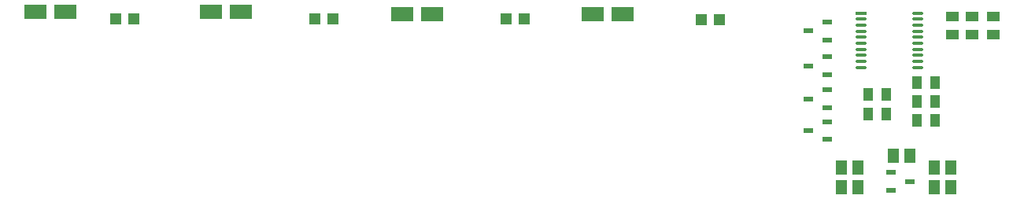
<source format=gbr>
G04*
G04 #@! TF.GenerationSoftware,Altium Limited,Altium Designer,23.0.1 (38)*
G04*
G04 Layer_Color=8421504*
%FSLAX25Y25*%
%MOIN*%
G70*
G04*
G04 #@! TF.SameCoordinates,3E06254A-0F58-42D6-91FB-0DF0C2053515*
G04*
G04*
G04 #@! TF.FilePolarity,Positive*
G04*
G01*
G75*
%ADD17R,0.04724X0.05118*%
%ADD18R,0.04134X0.05315*%
%ADD19R,0.04724X0.01417*%
%ADD20O,0.04724X0.01417*%
%ADD21R,0.09252X0.06102*%
%ADD22R,0.05315X0.04134*%
%ADD23R,0.03937X0.02362*%
%ADD24R,0.04724X0.05906*%
D17*
X638161Y494500D02*
D03*
X645839D02*
D03*
X555661Y495000D02*
D03*
X563339D02*
D03*
X474500D02*
D03*
X482177D02*
D03*
X390161D02*
D03*
X397839D02*
D03*
D18*
X716500Y454500D02*
D03*
X708823D02*
D03*
X716500Y463000D02*
D03*
X708823D02*
D03*
X729661Y452000D02*
D03*
X737339D02*
D03*
X729661Y460000D02*
D03*
X737339D02*
D03*
X729661Y468000D02*
D03*
X737339D02*
D03*
D19*
X705984Y497354D02*
D03*
D20*
Y494795D02*
D03*
Y492236D02*
D03*
Y489677D02*
D03*
Y487118D02*
D03*
Y484559D02*
D03*
Y482000D02*
D03*
Y479441D02*
D03*
Y476882D02*
D03*
Y474323D02*
D03*
X730000Y497354D02*
D03*
Y494795D02*
D03*
Y492236D02*
D03*
Y489677D02*
D03*
Y487118D02*
D03*
Y484559D02*
D03*
Y482000D02*
D03*
Y479441D02*
D03*
Y476882D02*
D03*
Y474323D02*
D03*
D21*
X356201Y498000D02*
D03*
X368799D02*
D03*
X443299D02*
D03*
X430701D02*
D03*
X511701Y497000D02*
D03*
X524299D02*
D03*
X604799D02*
D03*
X592201D02*
D03*
D22*
X753000Y495839D02*
D03*
Y488161D02*
D03*
X762000Y495839D02*
D03*
Y488161D02*
D03*
X744500Y495839D02*
D03*
Y488161D02*
D03*
D23*
X683563Y461000D02*
D03*
X691437Y464740D02*
D03*
Y457260D02*
D03*
Y443760D02*
D03*
Y451240D02*
D03*
X683563Y447500D02*
D03*
X691500Y486000D02*
D03*
Y493480D02*
D03*
X683626Y489740D02*
D03*
X718563Y429740D02*
D03*
Y422260D02*
D03*
X726437Y426000D02*
D03*
X691437Y471260D02*
D03*
Y478740D02*
D03*
X683563Y475000D02*
D03*
D24*
X726500Y437000D02*
D03*
X719413D02*
D03*
X697457Y432000D02*
D03*
X704543D02*
D03*
X704500Y423500D02*
D03*
X697413D02*
D03*
X744000Y432000D02*
D03*
X736913D02*
D03*
X744043Y423500D02*
D03*
X736957D02*
D03*
M02*

</source>
